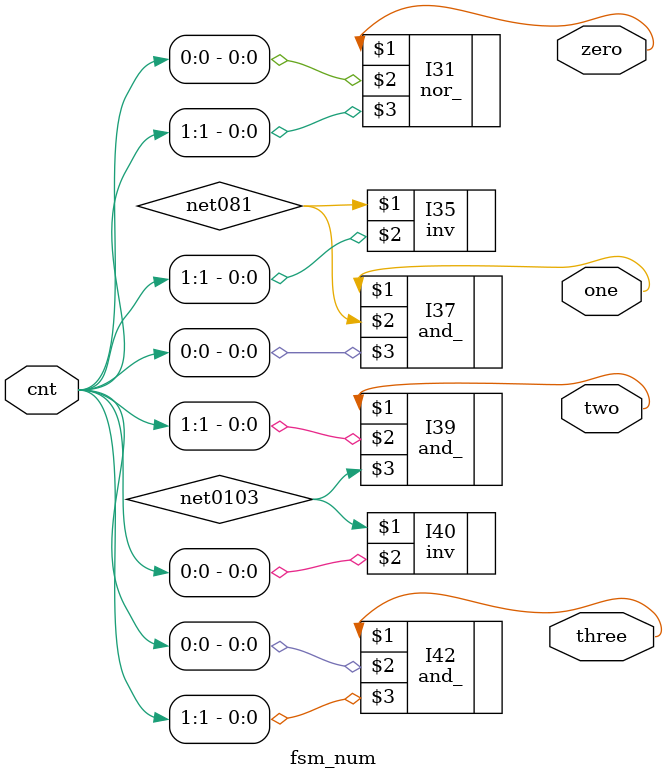
<source format=v>
`timescale 1ns / 1ns 

module fsm_num ( one, three, two, zero, cnt );
output  one, three, two, zero;


input [1:0]  cnt;


specify 
    specparam CDS_LIBNAME  = "ece555_final";
    specparam CDS_CELLNAME = "fsm_num";
    specparam CDS_VIEWNAME = "schematic";
endspecify

and_ I42 ( three, cnt[0], cnt[1]);
and_ I39 ( two, cnt[1], net0103);
and_ I37 ( one, net081, cnt[0]);
nor_ I31 ( zero, cnt[0], cnt[1]);
inv I40 ( net0103, cnt[0]);
inv I35 ( net081, cnt[1]);

endmodule

</source>
